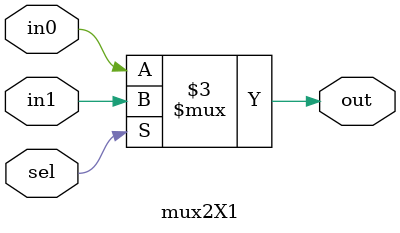
<source format=v>
module mux2X1( in0,in1,sel,out);
input  in0,in1, sel;
output reg out;
always @(*)
   begin
     if(sel) 
       out= in1;
     else
        out=in0;
   end
endmodule

</source>
